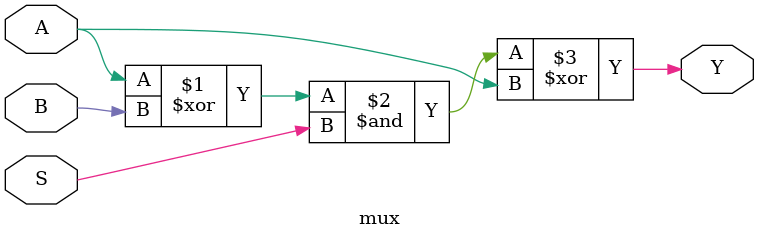
<source format=v>
(* techmap_celltype = "$mux" *)
module mux(A, B, S, Y);
   parameter WIDTH = 1;

   (* force_downto *)
   input [WIDTH-1:0] A;
   (* force_downto *)
   input [WIDTH-1:0] B;
   (* force_downto *)
   input             S;
   (* force_downto *)
   output [WIDTH-1:0] Y;

   genvar             i;
   generate begin
      for (i = 0; i < WIDTH; i = i + 1) begin:bits
	 assign Y[i] = (((A[i] ^ B[i]) & S) ^ A[i]);
      end
   end endgenerate
endmodule // mux

</source>
